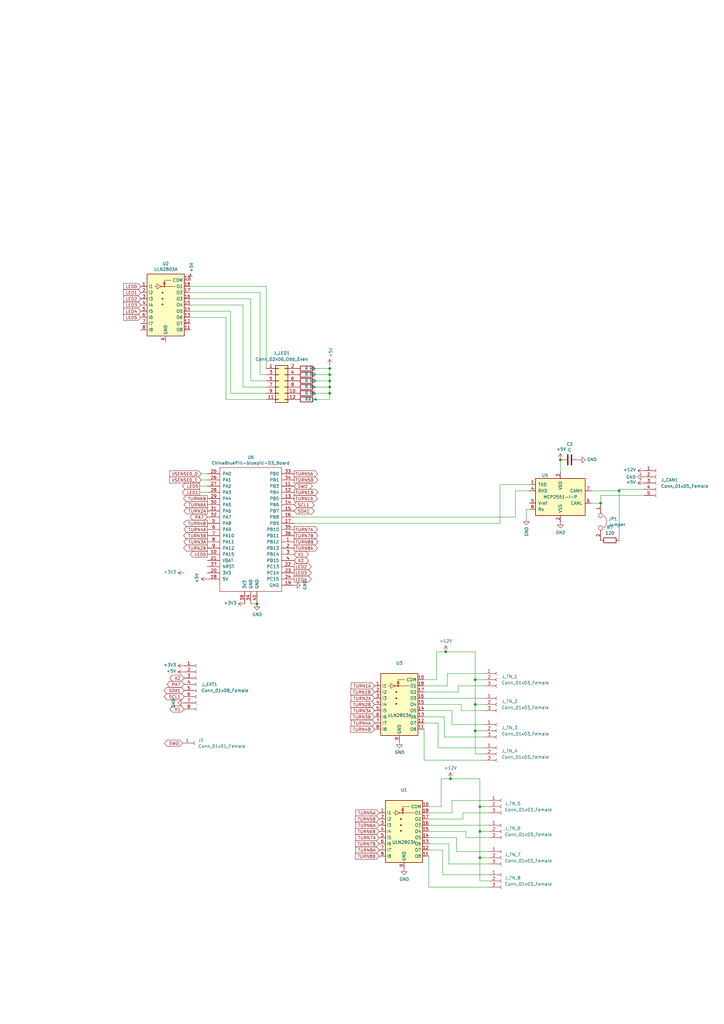
<source format=kicad_sch>
(kicad_sch (version 20211123) (generator eeschema)
  (paper "A3" portrait)
  (lib_symbols
    (symbol "Connector:Conn_01x01_Female" (pin_names (offset 1.016) hide)
      (property "Reference" "J" (at 0 2.54 0))
      (property "Value" "Conn_01x01_Female" (at 0 -2.54 0))
      (symbol "Conn_01x01_Female_1_1"
        (polyline (pts (xy -1.27 0) (xy -0.508 0)) (stroke (width 0.1524)))
        (arc (start 0 0.508) (mid -0.508 0) (end 0 -0.508) (stroke (width 0.1524)))
        (pin passive line (at -5.08 0 0) (length 3.81) (name "Pin_1") (number "1"))
      )
    )
    (symbol "Connector:Conn_01x03_Female" (pin_names (offset 1.016) hide)
      (property "Reference" "J" (at 0 5.08 0))
      (property "Value" "Conn_01x03_Female" (at 0 -5.08 0))
      (symbol "Conn_01x03_Female_1_1"
        (arc (start 0 -2.032) (mid -0.508 -2.54) (end 0 -3.048) (stroke (width 0.1524)))
        (polyline (pts (xy -1.27 -2.54) (xy -0.508 -2.54)) (stroke (width 0.1524)))
        (polyline (pts (xy -1.27 0) (xy -0.508 0)) (stroke (width 0.1524)))
        (polyline (pts (xy -1.27 2.54) (xy -0.508 2.54)) (stroke (width 0.1524)))
        (arc (start 0 0.508) (mid -0.508 0) (end 0 -0.508) (stroke (width 0.1524)))
        (arc (start 0 3.048) (mid -0.508 2.54) (end 0 2.032) (stroke (width 0.1524)))
        (pin passive line (at -5.08 2.54 0) (length 3.81) (name "Pin_1") (number "1"))
        (pin passive line (at -5.08 0 0) (length 3.81) (name "Pin_2") (number "2"))
        (pin passive line (at -5.08 -2.54 0) (length 3.81) (name "Pin_3") (number "3"))
      )
    )
    (symbol "Connector:Conn_01x05_Female" (pin_names (offset 1.016) hide)
      (property "Reference" "J" (at 0 7.62 0))
      (property "Value" "Conn_01x05_Female" (at 0 -7.62 0))
      (symbol "Conn_01x05_Female_1_1"
        (arc (start 0 -4.572) (mid -0.508 -5.08) (end 0 -5.588) (stroke (width 0.1524)))
        (arc (start 0 -2.032) (mid -0.508 -2.54) (end 0 -3.048) (stroke (width 0.1524)))
        (polyline (pts (xy -1.27 -5.08) (xy -0.508 -5.08)) (stroke (width 0.1524)))
        (polyline (pts (xy -1.27 -2.54) (xy -0.508 -2.54)) (stroke (width 0.1524)))
        (polyline (pts (xy -1.27 0) (xy -0.508 0)) (stroke (width 0.1524)))
        (polyline (pts (xy -1.27 2.54) (xy -0.508 2.54)) (stroke (width 0.1524)))
        (polyline (pts (xy -1.27 5.08) (xy -0.508 5.08)) (stroke (width 0.1524)))
        (arc (start 0 0.508) (mid -0.508 0) (end 0 -0.508) (stroke (width 0.1524)))
        (arc (start 0 3.048) (mid -0.508 2.54) (end 0 2.032) (stroke (width 0.1524)))
        (arc (start 0 5.588) (mid -0.508 5.08) (end 0 4.572) (stroke (width 0.1524)))
        (pin passive line (at -5.08 5.08 0) (length 3.81) (name "Pin_1") (number "1"))
        (pin passive line (at -5.08 2.54 0) (length 3.81) (name "Pin_2") (number "2"))
        (pin passive line (at -5.08 0 0) (length 3.81) (name "Pin_3") (number "3"))
        (pin passive line (at -5.08 -2.54 0) (length 3.81) (name "Pin_4") (number "4"))
        (pin passive line (at -5.08 -5.08 0) (length 3.81) (name "Pin_5") (number "5"))
      )
    )
    (symbol "Connector:Conn_01x08_Female" (pin_names (offset 1.016) hide)
      (property "Reference" "J" (at 0 10.16 0))
      (property "Value" "Conn_01x08_Female" (at 0 -12.7 0))
      (symbol "Conn_01x08_Female_1_1"
        (arc (start 0 -9.652) (mid -0.508 -10.16) (end 0 -10.668) (stroke (width 0.1524)))
        (arc (start 0 -7.112) (mid -0.508 -7.62) (end 0 -8.128) (stroke (width 0.1524)))
        (arc (start 0 -4.572) (mid -0.508 -5.08) (end 0 -5.588) (stroke (width 0.1524)))
        (arc (start 0 -2.032) (mid -0.508 -2.54) (end 0 -3.048) (stroke (width 0.1524)))
        (polyline (pts (xy -1.27 -10.16) (xy -0.508 -10.16)) (stroke (width 0.1524)))
        (polyline (pts (xy -1.27 -7.62) (xy -0.508 -7.62)) (stroke (width 0.1524)))
        (polyline (pts (xy -1.27 -5.08) (xy -0.508 -5.08)) (stroke (width 0.1524)))
        (polyline (pts (xy -1.27 -2.54) (xy -0.508 -2.54)) (stroke (width 0.1524)))
        (polyline (pts (xy -1.27 0) (xy -0.508 0)) (stroke (width 0.1524)))
        (polyline (pts (xy -1.27 2.54) (xy -0.508 2.54)) (stroke (width 0.1524)))
        (polyline (pts (xy -1.27 5.08) (xy -0.508 5.08)) (stroke (width 0.1524)))
        (polyline (pts (xy -1.27 7.62) (xy -0.508 7.62)) (stroke (width 0.1524)))
        (arc (start 0 0.508) (mid -0.508 0) (end 0 -0.508) (stroke (width 0.1524)))
        (arc (start 0 3.048) (mid -0.508 2.54) (end 0 2.032) (stroke (width 0.1524)))
        (arc (start 0 5.588) (mid -0.508 5.08) (end 0 4.572) (stroke (width 0.1524)))
        (arc (start 0 8.128) (mid -0.508 7.62) (end 0 7.112) (stroke (width 0.1524)))
        (pin passive line (at -5.08 7.62 0) (length 3.81) (name "Pin_1") (number "1"))
        (pin passive line (at -5.08 5.08 0) (length 3.81) (name "Pin_2") (number "2"))
        (pin passive line (at -5.08 2.54 0) (length 3.81) (name "Pin_3") (number "3"))
        (pin passive line (at -5.08 0 0) (length 3.81) (name "Pin_4") (number "4"))
        (pin passive line (at -5.08 -2.54 0) (length 3.81) (name "Pin_5") (number "5"))
        (pin passive line (at -5.08 -5.08 0) (length 3.81) (name "Pin_6") (number "6"))
        (pin passive line (at -5.08 -7.62 0) (length 3.81) (name "Pin_7") (number "7"))
        (pin passive line (at -5.08 -10.16 0) (length 3.81) (name "Pin_8") (number "8"))
      )
    )
    (symbol "Connector_Generic:Conn_02x06_Odd_Even" (pin_names (offset 1.016) hide)
      (property "Reference" "J" (at 1.27 7.62 0))
      (property "Value" "Conn_02x06_Odd_Even" (at 1.27 -10.16 0))
      (symbol "Conn_02x06_Odd_Even_1_1"
        (rectangle (start -1.27 -7.493) (end 0 -7.747) (stroke (width 0.1524)))
        (rectangle (start -1.27 -4.953) (end 0 -5.207) (stroke (width 0.1524)))
        (rectangle (start -1.27 -2.413) (end 0 -2.667) (stroke (width 0.1524)))
        (rectangle (start -1.27 0.127) (end 0 -0.127) (stroke (width 0.1524)))
        (rectangle (start -1.27 2.667) (end 0 2.413) (stroke (width 0.1524)))
        (rectangle (start -1.27 5.207) (end 0 4.953) (stroke (width 0.1524)))
        (rectangle (start -1.27 6.35) (end 3.81 -8.89) (stroke (width 0.254)) (fill (type background)))
        (rectangle (start 3.81 -7.493) (end 2.54 -7.747) (stroke (width 0.1524)))
        (rectangle (start 3.81 -4.953) (end 2.54 -5.207) (stroke (width 0.1524)))
        (rectangle (start 3.81 -2.413) (end 2.54 -2.667) (stroke (width 0.1524)))
        (rectangle (start 3.81 0.127) (end 2.54 -0.127) (stroke (width 0.1524)))
        (rectangle (start 3.81 2.667) (end 2.54 2.413) (stroke (width 0.1524)))
        (rectangle (start 3.81 5.207) (end 2.54 4.953) (stroke (width 0.1524)))
        (pin passive line (at -5.08 5.08 0) (length 3.81) (name "Pin_1") (number "1"))
        (pin passive line (at 7.62 -5.08 180) (length 3.81) (name "Pin_10") (number "10"))
        (pin passive line (at -5.08 -7.62 0) (length 3.81) (name "Pin_11") (number "11"))
        (pin passive line (at 7.62 -7.62 180) (length 3.81) (name "Pin_12") (number "12"))
        (pin passive line (at 7.62 5.08 180) (length 3.81) (name "Pin_2") (number "2"))
        (pin passive line (at -5.08 2.54 0) (length 3.81) (name "Pin_3") (number "3"))
        (pin passive line (at 7.62 2.54 180) (length 3.81) (name "Pin_4") (number "4"))
        (pin passive line (at -5.08 0 0) (length 3.81) (name "Pin_5") (number "5"))
        (pin passive line (at 7.62 0 180) (length 3.81) (name "Pin_6") (number "6"))
        (pin passive line (at -5.08 -2.54 0) (length 3.81) (name "Pin_7") (number "7"))
        (pin passive line (at 7.62 -2.54 180) (length 3.81) (name "Pin_8") (number "8"))
        (pin passive line (at -5.08 -5.08 0) (length 3.81) (name "Pin_9") (number "9"))
      )
    )
    (symbol "D3_Board:ChinaBluePill-bluepill-D3_Board" (pin_names (offset 1.016))
      (property "Reference" "U" (at 0 2.54 0))
      (property "Value" "ChinaBluePill-bluepill-D3_Board" (at 0 19.05 0))
      (symbol "ChinaBluePill-bluepill-D3_Board_0_1"
        (rectangle (start -12.7 16.51) (end 12.7 -34.29))
      )
      (symbol "ChinaBluePill-bluepill-D3_Board_1_1"
        (pin input line (at 17.78 -13.97 180) (length 5.08) (name "PB12") (number "1"))
        (pin input line (at -17.78 -19.05 0) (length 5.08) (name "PA15") (number "10"))
        (pin input line (at 17.78 8.89 180) (length 5.08) (name "PB3") (number "11"))
        (pin input line (at 17.78 6.35 180) (length 5.08) (name "PB4") (number "12"))
        (pin input line (at 17.78 3.81 180) (length 5.08) (name "PB5") (number "13"))
        (pin input line (at 17.78 1.27 180) (length 5.08) (name "PB6") (number "14"))
        (pin input line (at 17.78 -1.27 180) (length 5.08) (name "PB7") (number "15"))
        (pin input line (at 17.78 -3.81 180) (length 5.08) (name "PB8") (number "16"))
        (pin input line (at 17.78 -6.35 180) (length 5.08) (name "PB9") (number "17"))
        (pin input line (at -17.78 -29.21 0) (length 5.08) (name "5V") (number "18"))
        (pin input line (at 17.78 -31.75 180) (length 5.08) (name "GND") (number "19"))
        (pin input line (at 17.78 -16.51 180) (length 5.08) (name "PB13") (number "2"))
        (pin input line (at -17.78 -26.67 0) (length 5.08) (name "3V3") (number "20"))
        (pin input line (at -17.78 -21.59 0) (length 5.08) (name "VBAT") (number "21"))
        (pin input line (at 17.78 -24.13 180) (length 5.08) (name "PC13") (number "22"))
        (pin input line (at 17.78 -26.67 180) (length 5.08) (name "PC14") (number "23"))
        (pin input line (at 17.78 -29.21 180) (length 5.08) (name "PC15") (number "24"))
        (pin input line (at -17.78 13.97 0) (length 5.08) (name "PA0") (number "25"))
        (pin input line (at -17.78 11.43 0) (length 5.08) (name "PA1") (number "26"))
        (pin input line (at -17.78 8.89 0) (length 5.08) (name "PA2") (number "27"))
        (pin input line (at -17.78 6.35 0) (length 5.08) (name "PA3") (number "28"))
        (pin input line (at -17.78 3.81 0) (length 5.08) (name "PA4") (number "29"))
        (pin input line (at 17.78 -19.05 180) (length 5.08) (name "PB14") (number "3"))
        (pin input line (at -17.78 1.27 0) (length 5.08) (name "PA5") (number "30"))
        (pin input line (at -17.78 -1.27 0) (length 5.08) (name "PA6") (number "31"))
        (pin input line (at -17.78 -3.81 0) (length 5.08) (name "PA7") (number "32"))
        (pin input line (at 17.78 13.97 180) (length 5.08) (name "PB0") (number "33"))
        (pin input line (at 17.78 11.43 180) (length 5.08) (name "PB1") (number "34"))
        (pin input line (at 17.78 -8.89 180) (length 5.08) (name "PB10") (number "35"))
        (pin input line (at 17.78 -11.43 180) (length 5.08) (name "PB11") (number "36"))
        (pin input line (at -17.78 -24.13 0) (length 5.08) (name "NRST") (number "37"))
        (pin input line (at -2.54 -39.37 90) (length 5.08) (name "3V3") (number "38"))
        (pin input line (at 0 -39.37 90) (length 5.08) (name "GND") (number "39"))
        (pin input line (at 17.78 -21.59 180) (length 5.08) (name "PB15") (number "4"))
        (pin input line (at 2.54 -39.37 90) (length 5.08) (name "GND") (number "40"))
        (pin input line (at -17.78 -6.35 0) (length 5.08) (name "PA8") (number "5"))
        (pin input line (at -17.78 -8.89 0) (length 5.08) (name "PA9") (number "6"))
        (pin input line (at -17.78 -11.43 0) (length 5.08) (name "PA10") (number "7"))
        (pin input line (at -17.78 -13.97 0) (length 5.08) (name "PA11") (number "8"))
        (pin input line (at -17.78 -16.51 0) (length 5.08) (name "PA12") (number "9"))
      )
    )
    (symbol "Device:C" (pin_numbers hide) (pin_names (offset 0.254))
      (property "Reference" "C" (at 0.635 2.54 0))
      (property "Value" "C" (at 0.635 -2.54 0))
      (symbol "C_0_1"
        (polyline (pts (xy -2.032 -0.762) (xy 2.032 -0.762)) (stroke (width 0.508)))
        (polyline (pts (xy -2.032 0.762) (xy 2.032 0.762)) (stroke (width 0.508)))
      )
      (symbol "C_1_1"
        (pin passive line (at 0 3.81 270) (length 2.794) (name "~") (number "1"))
        (pin passive line (at 0 -3.81 90) (length 2.794) (name "~") (number "2"))
      )
    )
    (symbol "Device:Jumper" (pin_names (offset 0.762) hide)
      (property "Reference" "JP" (at 0 3.81 0))
      (property "Value" "Device_Jumper" (at 0 -2.032 0))
      (symbol "Jumper_0_1"
        (circle (center -2.54 0) (radius 0.889))
        (arc (start 2.5146 1.27) (mid 0.0127 2.5097) (end -2.4892 1.27))
        (circle (center 2.54 0) (radius 0.889))
        (pin passive line (at -7.62 0 0) (length 4.191) (name "1") (number "1"))
        (pin passive line (at 7.62 0 180) (length 4.191) (name "2") (number "2"))
      )
    )
    (symbol "Device:R" (pin_numbers hide) (pin_names (offset 0))
      (property "Reference" "R" (at 2.032 0 90))
      (property "Value" "R" (at 0 0 90))
      (symbol "R_0_1"
        (rectangle (start -1.016 -2.54) (end 1.016 2.54) (stroke (width 0.254)))
      )
      (symbol "R_1_1"
        (pin passive line (at 0 3.81 270) (length 1.27) (name "~") (number "1"))
        (pin passive line (at 0 -3.81 90) (length 1.27) (name "~") (number "2"))
      )
    )
    (symbol "Interface_CAN_LIN:MCP2551-I-P" (pin_names (offset 1.016))
      (property "Reference" "U" (at -10.16 8.89 0))
      (property "Value" "MCP2551-I-P" (at 2.54 8.89 0))
      (symbol "MCP2551-I-P_0_1"
        (rectangle (start -10.16 7.62) (end 10.16 -7.62) (stroke (width 0.254)) (fill (type background)))
      )
      (symbol "MCP2551-I-P_1_1"
        (pin input line (at -12.7 5.08 0) (length 2.54) (name "TXD") (number "1"))
        (pin power_in line (at 0 -10.16 90) (length 2.54) (name "VSS") (number "2"))
        (pin power_in line (at 0 10.16 270) (length 2.54) (name "VDD") (number "3"))
        (pin output line (at -12.7 2.54 0) (length 2.54) (name "RXD") (number "4"))
        (pin power_out line (at -12.7 -2.54 0) (length 2.54) (name "Vref") (number "5"))
        (pin bidirectional line (at 12.7 -2.54 180) (length 2.54) (name "CANL") (number "6"))
        (pin bidirectional line (at 12.7 2.54 180) (length 2.54) (name "CANH") (number "7"))
        (pin input line (at -12.7 -5.08 0) (length 2.54) (name "Rs") (number "8"))
      )
    )
    (symbol "Transistor_Array:ULN2803A"
      (property "Reference" "U" (at 0 13.335 0))
      (property "Value" "ULN2803A" (at 0 11.43 0))
      (symbol "ULN2803A_0_1"
        (rectangle (start -7.62 -15.24) (end 7.62 10.16) (stroke (width 0.254)) (fill (type background)))
        (circle (center -1.778 5.08) (radius 0.254))
        (circle (center -1.27 -2.286) (radius 0.254) (fill (type outline)))
        (circle (center -1.27 0) (radius 0.254) (fill (type outline)))
        (circle (center -1.27 2.54) (radius 0.254) (fill (type outline)))
        (circle (center -0.508 5.08) (radius 0.254) (fill (type outline)))
        (polyline (pts (xy -4.572 5.08) (xy -3.556 5.08)))
        (polyline (pts (xy -1.524 5.08) (xy 4.064 5.08)))
        (polyline (pts (xy 0 6.731) (xy -1.016 6.731)))
        (polyline (pts (xy -0.508 5.08) (xy -0.508 7.62) (xy 2.286 7.62)))
        (polyline (pts (xy -3.556 6.096) (xy -3.556 4.064) (xy -2.032 5.08) (xy -3.556 6.096)))
        (polyline (pts (xy 0 5.969) (xy -1.016 5.969) (xy -0.508 6.731) (xy 0 5.969)))
      )
      (symbol "ULN2803A_1_1"
        (pin input line (at -10.16 5.08 0) (length 2.54) (name "I1") (number "1"))
        (pin passive line (at 10.16 7.62 180) (length 2.54) (name "COM") (number "10"))
        (pin open_collector line (at 10.16 -12.7 180) (length 2.54) (name "O8") (number "11"))
        (pin open_collector line (at 10.16 -10.16 180) (length 2.54) (name "O7") (number "12"))
        (pin open_collector line (at 10.16 -7.62 180) (length 2.54) (name "O6") (number "13"))
        (pin open_collector line (at 10.16 -5.08 180) (length 2.54) (name "O5") (number "14"))
        (pin open_collector line (at 10.16 -2.54 180) (length 2.54) (name "O4") (number "15"))
        (pin open_collector line (at 10.16 0 180) (length 2.54) (name "O3") (number "16"))
        (pin open_collector line (at 10.16 2.54 180) (length 2.54) (name "O2") (number "17"))
        (pin open_collector line (at 10.16 5.08 180) (length 2.54) (name "O1") (number "18"))
        (pin input line (at -10.16 2.54 0) (length 2.54) (name "I2") (number "2"))
        (pin input line (at -10.16 0 0) (length 2.54) (name "I3") (number "3"))
        (pin input line (at -10.16 -2.54 0) (length 2.54) (name "I4") (number "4"))
        (pin input line (at -10.16 -5.08 0) (length 2.54) (name "I5") (number "5"))
        (pin input line (at -10.16 -7.62 0) (length 2.54) (name "I6") (number "6"))
        (pin input line (at -10.16 -10.16 0) (length 2.54) (name "I7") (number "7"))
        (pin input line (at -10.16 -12.7 0) (length 2.54) (name "I8") (number "8"))
        (pin power_in line (at 0 -17.78 90) (length 2.54) (name "GND") (number "9"))
      )
    )
    (symbol "power:+12V" (power) (pin_names (offset 0))
      (property "Value" "+12V" (at 0 3.556 0))
      (symbol "+12V_0_1"
        (polyline (pts (xy -0.762 1.27) (xy 0 2.54)))
        (polyline (pts (xy 0 0) (xy 0 2.54)))
        (polyline (pts (xy 0 2.54) (xy 0.762 1.27)))
      )
      (symbol "+12V_1_1"
        (pin power_in line (at 0 0 90) (length 0) hide (name "+12V") (number "1"))
      )
    )
    (symbol "power:+3.3V" (power) (pin_names (offset 0))
      (property "Value" "+3.3V" (at 0 3.556 0))
      (symbol "+3.3V_0_1"
        (polyline (pts (xy -0.762 1.27) (xy 0 2.54)))
        (polyline (pts (xy 0 0) (xy 0 2.54)))
        (polyline (pts (xy 0 2.54) (xy 0.762 1.27)))
      )
      (symbol "+3.3V_1_1"
        (pin power_in line (at 0 0 90) (length 0) hide (name "+3V3") (number "1"))
      )
    )
    (symbol "power:+5V" (power) (pin_names (offset 0))
      (property "Value" "+5V" (at 0 3.556 0))
      (symbol "+5V_0_1"
        (polyline (pts (xy -0.762 1.27) (xy 0 2.54)))
        (polyline (pts (xy 0 0) (xy 0 2.54)))
        (polyline (pts (xy 0 2.54) (xy 0.762 1.27)))
      )
      (symbol "+5V_1_1"
        (pin power_in line (at 0 0 90) (length 0) hide (name "+5V") (number "1"))
      )
    )
    (symbol "power:GND" (power) (pin_names (offset 0))
      (property "Value" "GND" (at 0 -3.81 0))
      (symbol "GND_0_1"
        (polyline (pts (xy 0 0) (xy 0 -1.27) (xy 1.27 -1.27) (xy 0 -2.54) (xy -1.27 -1.27) (xy 0 -1.27)))
      )
      (symbol "GND_1_1"
        (pin power_in line (at 0 0 270) (length 0) hide (name "GND") (number "1"))
      )
    )
  )
  (junction (at 196.85 351.79))
  (junction (at 105.41 247.65))
  (junction (at 135.255 156.21))
  (junction (at 135.255 151.13))
  (junction (at 135.255 153.67))
  (junction (at 196.85 340.995))
  (junction (at 135.255 161.29))
  (junction (at 229.87 188.595))
  (junction (at 196.85 330.835))
  (junction (at 194.945 299.72))
  (junction (at 182.88 267.335))
  (junction (at 194.945 278.765))
  (junction (at 194.945 288.925))
  (junction (at 135.255 158.75))
  (junction (at 254 201.295))
  (junction (at 184.785 319.405))
  (junction (at 246.38 206.375))
  (wire (pts (xy 187.325 349.25) (xy 200.66 349.25)))
  (wire (pts (xy 184.15 346.075) (xy 184.15 354.33)))
  (wire (pts (xy 196.85 319.405) (xy 196.85 330.835)))
  (wire (pts (xy 173.99 311.785) (xy 198.755 311.785)))
  (wire (pts (xy 185.42 291.465) (xy 185.42 297.18)))
  (wire (pts (xy 211.455 212.09) (xy 211.455 201.295)))
  (wire (pts (xy 254 200.66) (xy 264.16 200.66)))
  (wire (pts (xy 185.42 297.18) (xy 198.755 297.18)))
  (wire (pts (xy 180.975 319.405) (xy 184.785 319.405)))
  (wire (pts (xy 175.895 335.915) (xy 189.865 335.915)))
  (wire (pts (xy 82.55 196.85) (xy 85.09 196.85)))
  (wire (pts (xy 99.695 158.75) (xy 109.22 158.75)))
  (wire (pts (xy 182.245 302.26) (xy 198.755 302.26)))
  (wire (pts (xy 180.975 330.835) (xy 180.975 319.405)))
  (wire (pts (xy 194.945 267.335) (xy 194.945 278.765)))
  (wire (pts (xy 99.695 125.095) (xy 78.105 125.095)))
  (wire (pts (xy 129.54 153.67) (xy 135.255 153.67)))
  (wire (pts (xy 175.895 348.615) (xy 181.61 348.615)))
  (wire (pts (xy 129.54 156.21) (xy 135.255 156.21)))
  (wire (pts (xy 183.515 281.305) (xy 183.515 276.225)))
  (wire (pts (xy 205.105 198.755) (xy 217.17 198.755)))
  (wire (pts (xy 194.945 299.72) (xy 194.945 309.245)))
  (wire (pts (xy 173.99 299.085) (xy 173.99 311.785)))
  (wire (pts (xy 182.88 267.335) (xy 194.945 267.335)))
  (wire (pts (xy 106.68 153.67) (xy 106.68 120.015)))
  (wire (pts (xy 185.42 328.295) (xy 200.66 328.295)))
  (wire (pts (xy 189.865 335.915) (xy 189.865 333.375)))
  (wire (pts (xy 173.99 281.305) (xy 183.515 281.305)))
  (wire (pts (xy 175.895 346.075) (xy 184.15 346.075)))
  (wire (pts (xy 189.23 288.925) (xy 189.23 291.465)))
  (wire (pts (xy 135.255 161.29) (xy 135.255 158.75)))
  (wire (pts (xy 185.42 333.375) (xy 185.42 328.295)))
  (wire (pts (xy 173.99 278.765) (xy 179.07 278.765)))
  (wire (pts (xy 106.68 120.015) (xy 78.105 120.015)))
  (wire (pts (xy 254 201.295) (xy 254 200.66)))
  (wire (pts (xy 175.895 343.535) (xy 187.325 343.535)))
  (wire (pts (xy 194.945 299.72) (xy 198.755 299.72)))
  (wire (pts (xy 196.85 330.835) (xy 200.66 330.835)))
  (wire (pts (xy 175.895 340.995) (xy 191.135 340.995)))
  (wire (pts (xy 78.105 122.555) (xy 102.87 122.555)))
  (wire (pts (xy 215.9 208.915) (xy 215.9 212.725)))
  (wire (pts (xy 229.87 193.675) (xy 229.87 188.595)))
  (wire (pts (xy 94.615 127.635) (xy 94.615 161.29)))
  (wire (pts (xy 102.87 247.65) (xy 105.41 247.65)))
  (wire (pts (xy 135.255 156.21) (xy 135.255 153.67)))
  (wire (pts (xy 173.99 294.005) (xy 182.245 294.005)))
  (wire (pts (xy 82.55 194.31) (xy 85.09 194.31)))
  (wire (pts (xy 211.455 201.295) (xy 217.17 201.295)))
  (wire (pts (xy 179.705 306.705) (xy 198.755 306.705)))
  (wire (pts (xy 109.22 117.475) (xy 109.22 151.13)))
  (wire (pts (xy 184.785 319.405) (xy 196.85 319.405)))
  (wire (pts (xy 78.105 127.635) (xy 94.615 127.635)))
  (wire (pts (xy 129.54 151.13) (xy 135.255 151.13)))
  (wire (pts (xy 175.895 363.855) (xy 200.66 363.855)))
  (wire (pts (xy 205.105 214.63) (xy 205.105 198.755)))
  (wire (pts (xy 183.515 276.225) (xy 198.755 276.225)))
  (wire (pts (xy 246.38 203.2) (xy 264.16 203.2)))
  (wire (pts (xy 175.895 333.375) (xy 185.42 333.375)))
  (wire (pts (xy 173.99 283.845) (xy 187.96 283.845)))
  (wire (pts (xy 254 201.295) (xy 254 221.615)))
  (wire (pts (xy 102.87 156.21) (xy 109.22 156.21)))
  (wire (pts (xy 173.99 291.465) (xy 185.42 291.465)))
  (wire (pts (xy 242.57 206.375) (xy 246.38 206.375)))
  (wire (pts (xy 78.105 130.175) (xy 92.71 130.175)))
  (wire (pts (xy 196.85 351.79) (xy 196.85 361.315)))
  (wire (pts (xy 129.54 163.83) (xy 135.255 163.83)))
  (wire (pts (xy 179.705 296.545) (xy 179.705 306.705)))
  (wire (pts (xy 194.945 288.925) (xy 198.755 288.925)))
  (wire (pts (xy 196.85 330.835) (xy 196.85 340.995)))
  (wire (pts (xy 196.85 340.995) (xy 200.66 340.995)))
  (wire (pts (xy 92.71 163.83) (xy 109.22 163.83)))
  (wire (pts (xy 217.17 208.915) (xy 215.9 208.915)))
  (wire (pts (xy 187.325 343.535) (xy 187.325 349.25)))
  (wire (pts (xy 109.22 153.67) (xy 106.68 153.67)))
  (wire (pts (xy 196.85 340.995) (xy 196.85 351.79)))
  (wire (pts (xy 135.255 153.67) (xy 135.255 151.13)))
  (wire (pts (xy 175.895 338.455) (xy 200.66 338.455)))
  (wire (pts (xy 184.15 354.33) (xy 200.66 354.33)))
  (wire (pts (xy 187.96 281.305) (xy 198.755 281.305)))
  (wire (pts (xy 246.38 203.2) (xy 246.38 206.375)))
  (wire (pts (xy 81.915 199.39) (xy 85.09 199.39)))
  (wire (pts (xy 78.105 117.475) (xy 109.22 117.475)))
  (wire (pts (xy 194.945 278.765) (xy 194.945 288.925)))
  (wire (pts (xy 187.96 283.845) (xy 187.96 281.305)))
  (wire (pts (xy 179.07 278.765) (xy 179.07 267.335)))
  (wire (pts (xy 92.71 163.83) (xy 92.71 130.175)))
  (wire (pts (xy 135.255 158.75) (xy 135.255 156.21)))
  (wire (pts (xy 175.895 330.835) (xy 180.975 330.835)))
  (wire (pts (xy 194.945 288.925) (xy 194.945 299.72)))
  (wire (pts (xy 196.85 351.79) (xy 200.66 351.79)))
  (wire (pts (xy 173.99 296.545) (xy 179.705 296.545)))
  (wire (pts (xy 173.99 288.925) (xy 189.23 288.925)))
  (wire (pts (xy 135.255 163.83) (xy 135.255 161.29)))
  (wire (pts (xy 242.57 201.295) (xy 254 201.295)))
  (wire (pts (xy 85.09 201.93) (xy 81.915 201.93)))
  (wire (pts (xy 120.65 212.09) (xy 211.455 212.09)))
  (wire (pts (xy 135.255 151.13) (xy 135.255 149.86)))
  (wire (pts (xy 194.945 309.245) (xy 198.755 309.245)))
  (wire (pts (xy 99.695 158.75) (xy 99.695 125.095)))
  (wire (pts (xy 181.61 358.775) (xy 200.66 358.775)))
  (wire (pts (xy 102.87 122.555) (xy 102.87 156.21)))
  (wire (pts (xy 189.23 291.465) (xy 198.755 291.465)))
  (wire (pts (xy 129.54 158.75) (xy 135.255 158.75)))
  (wire (pts (xy 181.61 348.615) (xy 181.61 358.775)))
  (wire (pts (xy 129.54 161.29) (xy 135.255 161.29)))
  (wire (pts (xy 173.99 286.385) (xy 198.755 286.385)))
  (wire (pts (xy 191.135 343.535) (xy 200.66 343.535)))
  (wire (pts (xy 120.65 214.63) (xy 205.105 214.63)))
  (wire (pts (xy 194.945 278.765) (xy 198.755 278.765)))
  (wire (pts (xy 189.865 333.375) (xy 200.66 333.375)))
  (wire (pts (xy 196.85 361.315) (xy 200.66 361.315)))
  (wire (pts (xy 175.895 351.155) (xy 175.895 363.855)))
  (wire (pts (xy 182.245 294.005) (xy 182.245 302.26)))
  (wire (pts (xy 94.615 161.29) (xy 109.22 161.29)))
  (wire (pts (xy 179.07 267.335) (xy 182.88 267.335)))
  (wire (pts (xy 191.135 340.995) (xy 191.135 343.535)))
  (global_label "TURN8A" (shape input) (at 155.575 348.615 180) (property "Intersheet References" "${INTERSHEET_REFS}" (effects hide)))
  (global_label "LED4" (shape output) (at 120.65 237.49 0) (property "Intersheet References" "${INTERSHEET_REFS}" (effects hide)))
  (global_label "TURN1A" (shape output) (at 120.65 204.47 0) (property "Intersheet References" "${INTERSHEET_REFS}" (effects hide)))
  (global_label "LED0" (shape output) (at 85.09 227.33 180) (property "Intersheet References" "${INTERSHEET_REFS}" (effects hide)))
  (global_label "SDA1" (shape bidirectional) (at 75.565 283.21 180) (property "Intersheet References" "${INTERSHEET_REFS}" (effects hide)))
  (global_label "TURN1B" (shape output) (at 120.65 201.93 0) (property "Intersheet References" "${INTERSHEET_REFS}" (effects hide)))
  (global_label "TURN3B" (shape input) (at 153.67 294.005 180) (property "Intersheet References" "${INTERSHEET_REFS}" (effects hide)))
  (global_label "TURN4B" (shape output) (at 85.09 214.63 180) (property "Intersheet References" "${INTERSHEET_REFS}" (effects hide)))
  (global_label "X2" (shape bidirectional) (at 120.65 229.87 0) (property "Intersheet References" "${INTERSHEET_REFS}" (effects hide)))
  (global_label "TURN2A" (shape output) (at 85.09 209.55 180) (property "Intersheet References" "${INTERSHEET_REFS}" (effects hide)))
  (global_label "SWO" (shape bidirectional) (at 74.93 304.8 180) (property "Intersheet References" "${INTERSHEET_REFS}" (effects hide)))
  (global_label "X1" (shape bidirectional) (at 75.565 290.83 180) (property "Intersheet References" "${INTERSHEET_REFS}" (effects hide)))
  (global_label "SDA1" (shape bidirectional) (at 120.65 209.55 0) (property "Intersheet References" "${INTERSHEET_REFS}" (effects hide)))
  (global_label "TURN5B" (shape output) (at 120.65 196.85 0) (property "Intersheet References" "${INTERSHEET_REFS}" (effects hide)))
  (global_label "TURN6A" (shape output) (at 85.09 207.01 180) (property "Intersheet References" "${INTERSHEET_REFS}" (effects hide)))
  (global_label "LED1" (shape output) (at 81.915 201.93 180) (property "Intersheet References" "${INTERSHEET_REFS}" (effects hide)))
  (global_label "SCL1" (shape bidirectional) (at 120.65 207.01 0) (property "Intersheet References" "${INTERSHEET_REFS}" (effects hide)))
  (global_label "LED5" (shape output) (at 81.915 199.39 180) (property "Intersheet References" "${INTERSHEET_REFS}" (effects hide)))
  (global_label "LED4" (shape input) (at 57.785 127.635 180) (property "Intersheet References" "${INTERSHEET_REFS}" (effects hide)))
  (global_label "SCL1" (shape bidirectional) (at 75.565 285.75 180) (property "Intersheet References" "${INTERSHEET_REFS}" (effects hide)))
  (global_label "TURN3A" (shape output) (at 85.09 222.25 180) (property "Intersheet References" "${INTERSHEET_REFS}" (effects hide)))
  (global_label "TURN6A" (shape input) (at 155.575 338.455 180) (property "Intersheet References" "${INTERSHEET_REFS}" (effects hide)))
  (global_label "TURN7A" (shape input) (at 155.575 343.535 180) (property "Intersheet References" "${INTERSHEET_REFS}" (effects hide)))
  (global_label "TURN8B" (shape input) (at 155.575 351.155 180) (property "Intersheet References" "${INTERSHEET_REFS}" (effects hide)))
  (global_label "TURN5A" (shape output) (at 120.65 194.31 0) (property "Intersheet References" "${INTERSHEET_REFS}" (effects hide)))
  (global_label "SWO" (shape bidirectional) (at 120.65 199.39 0) (property "Intersheet References" "${INTERSHEET_REFS}" (effects hide)))
  (global_label "TURN1A" (shape input) (at 153.67 281.305 180) (property "Intersheet References" "${INTERSHEET_REFS}" (effects hide)))
  (global_label "LED2" (shape input) (at 57.785 122.555 180) (property "Intersheet References" "${INTERSHEET_REFS}" (effects hide)))
  (global_label "TURN5B" (shape input) (at 155.575 335.915 180) (property "Intersheet References" "${INTERSHEET_REFS}" (effects hide)))
  (global_label "TURN6B" (shape input) (at 155.575 340.995 180) (property "Intersheet References" "${INTERSHEET_REFS}" (effects hide)))
  (global_label "LED3" (shape output) (at 120.65 234.95 0) (property "Intersheet References" "${INTERSHEET_REFS}" (effects hide)))
  (global_label "VSENSE0_0" (shape input) (at 82.55 194.31 180) (property "Intersheet References" "${INTERSHEET_REFS}" (effects hide)))
  (global_label "TURN7A" (shape output) (at 120.65 217.17 0) (property "Intersheet References" "${INTERSHEET_REFS}" (effects hide)))
  (global_label "TURN2A" (shape input) (at 153.67 286.385 180) (property "Intersheet References" "${INTERSHEET_REFS}" (effects hide)))
  (global_label "X2" (shape bidirectional) (at 75.565 278.13 180) (property "Intersheet References" "${INTERSHEET_REFS}" (effects hide)))
  (global_label "TURN6B" (shape output) (at 85.09 204.47 180) (property "Intersheet References" "${INTERSHEET_REFS}" (effects hide)))
  (global_label "X1" (shape bidirectional) (at 120.65 227.33 0) (property "Intersheet References" "${INTERSHEET_REFS}" (effects hide)))
  (global_label "TURN2B" (shape input) (at 153.67 288.925 180) (property "Intersheet References" "${INTERSHEET_REFS}" (effects hide)))
  (global_label "LED1" (shape input) (at 57.785 120.015 180) (property "Intersheet References" "${INTERSHEET_REFS}" (effects hide)))
  (global_label "TURN7B" (shape input) (at 155.575 346.075 180) (property "Intersheet References" "${INTERSHEET_REFS}" (effects hide)))
  (global_label "TURN7B" (shape output) (at 120.65 219.71 0) (property "Intersheet References" "${INTERSHEET_REFS}" (effects hide)))
  (global_label "LED5" (shape input) (at 57.785 130.175 180) (property "Intersheet References" "${INTERSHEET_REFS}" (effects hide)))
  (global_label "TURN3B" (shape output) (at 85.09 219.71 180) (property "Intersheet References" "${INTERSHEET_REFS}" (effects hide)))
  (global_label "TURN5A" (shape input) (at 155.575 333.375 180) (property "Intersheet References" "${INTERSHEET_REFS}" (effects hide)))
  (global_label "PA7" (shape bidirectional) (at 75.565 280.67 180) (property "Intersheet References" "${INTERSHEET_REFS}" (effects hide)))
  (global_label "TURN2B" (shape output) (at 85.09 224.79 180) (property "Intersheet References" "${INTERSHEET_REFS}" (effects hide)))
  (global_label "TURN1B" (shape input) (at 153.67 283.845 180) (property "Intersheet References" "${INTERSHEET_REFS}" (effects hide)))
  (global_label "TURN8B" (shape output) (at 120.65 222.25 0) (property "Intersheet References" "${INTERSHEET_REFS}" (effects hide)))
  (global_label "TURN3A" (shape input) (at 153.67 291.465 180) (property "Intersheet References" "${INTERSHEET_REFS}" (effects hide)))
  (global_label "LED2" (shape output) (at 120.65 232.41 0) (property "Intersheet References" "${INTERSHEET_REFS}" (effects hide)))
  (global_label "TURN8A" (shape output) (at 120.65 224.79 0) (property "Intersheet References" "${INTERSHEET_REFS}" (effects hide)))
  (global_label "PA7" (shape bidirectional) (at 85.09 212.09 180) (property "Intersheet References" "${INTERSHEET_REFS}" (effects hide)))
  (global_label "LED0" (shape input) (at 57.785 117.475 180) (property "Intersheet References" "${INTERSHEET_REFS}" (effects hide)))
  (global_label "TURN4B" (shape input) (at 153.67 299.085 180) (property "Intersheet References" "${INTERSHEET_REFS}" (effects hide)))
  (global_label "TURN4A" (shape input) (at 153.67 296.545 180) (property "Intersheet References" "${INTERSHEET_REFS}" (effects hide)))
  (global_label "LED3" (shape input) (at 57.785 125.095 180) (property "Intersheet References" "${INTERSHEET_REFS}" (effects hide)))
  (global_label "TURN4A" (shape output) (at 85.09 217.17 180) (property "Intersheet References" "${INTERSHEET_REFS}" (effects hide)))
  (global_label "VSENSE0_1" (shape input) (at 82.55 196.85 180) (property "Intersheet References" "${INTERSHEET_REFS}" (effects hide)))
  (symbol (lib_id "power:GND") (at 105.41 247.65 0) (unit 1)
    (property "Reference" "#PWR0101" (effects hide))
    (property "Value" "GND" (at 105.537 252.0442 0))
  )
  (symbol (lib_id "Interface_CAN_LIN:MCP2551-I-P") (at 229.87 203.835 0) (unit 1)
    (property "Reference" "U5" (at 223.52 194.945 0))
    (property "Value" "MCP2551-I-P" (at 229.87 203.835 0))
    (property "Footprint" "Package_DIP:DIP-8_W7.62mm" (effects hide))
    (property "Datasheet" "http://ww1.microchip.com/downloads/en/devicedoc/21667d.pdf" (effects hide))
  )
  (symbol (lib_id "Device:Jumper") (at 246.38 213.995 270) (unit 1)
    (property "Reference" "JP1" (at 249.6058 212.8266 90) (effects (justify left)))
    (property "Value" "Jumper" (at 249.6058 215.138 90) (effects (justify left)))
    (property "Footprint" "Connector_PinHeader_2.54mm:PinHeader_1x02_P2.54mm_Vertical" (effects hide))
  )
  (symbol (lib_id "Device:R") (at 250.19 221.615 270) (unit 1)
    (property "Reference" "R7" (at 250.19 216.3572 90))
    (property "Value" "120" (at 250.19 218.6686 90))
    (property "Footprint" "Resistor_THT:R_Axial_DIN0207_L6.3mm_D2.5mm_P7.62mm_Horizontal" (effects hide))
  )
  (symbol (lib_id "power:GND") (at 229.87 213.995 0) (unit 1)
    (property "Reference" "#PWR0102" (effects hide))
    (property "Value" "GND" (at 229.997 218.3892 0))
  )
  (symbol (lib_id "D3_Board:ChinaBluePill-bluepill-D3_Board") (at 102.87 208.28 0) (unit 1)
    (property "Reference" "U6" (at 102.87 187.579 0))
    (property "Value" "ChinaBluePill-bluepill-D3_Board" (at 102.87 189.8904 0))
    (property "Footprint" "BluePill_breakouts:BluePill_STM32F103C" (effects hide))
  )
  (symbol (lib_id "power:+5V") (at 229.87 188.595 0) (unit 1)
    (property "Reference" "#PWR0103" (effects hide))
    (property "Value" "+5V" (at 230.251 184.2008 0))
  )
  (symbol (lib_id "power:+5V") (at 85.09 237.49 90) (unit 1)
    (property "Reference" "#PWR0104" (effects hide))
    (property "Value" "+5V" (at 80.6958 237.109 0))
  )
  (symbol (lib_id "Transistor_Array:ULN2803A") (at 67.945 122.555 0) (unit 1)
    (property "Reference" "U2" (at 67.945 108.1532 0))
    (property "Value" "ULN2803A" (at 67.945 110.4646 0))
    (property "Footprint" "Package_DIP:DIP-18_W7.62mm" (effects hide))
    (property "Datasheet" "http://www.ti.com/lit/ds/symlink/uln2803a.pdf" (effects hide))
  )
  (symbol (lib_id "Transistor_Array:ULN2803A") (at 163.83 286.385 0) (unit 1)
    (property "Reference" "U3" (at 163.83 271.9832 0))
    (property "Value" "ULN2803A" (at 163.83 293.37 0))
    (property "Footprint" "Package_DIP:DIP-18_W7.62mm" (effects hide))
    (property "Datasheet" "http://www.ti.com/lit/ds/symlink/uln2803a.pdf" (effects hide))
  )
  (symbol (lib_id "power:GND") (at 163.83 304.165 0) (unit 1)
    (property "Reference" "#PWR0107" (effects hide))
    (property "Value" "GND" (at 163.957 308.5592 0))
  )
  (symbol (lib_id "power:GND") (at 120.65 240.03 90) (unit 1)
    (property "Reference" "#PWR0119" (effects hide))
    (property "Value" "GND" (at 125.0442 239.903 0))
  )
  (symbol (lib_id "Device:C") (at 233.68 188.595 270) (unit 1)
    (property "Reference" "C2" (at 233.68 182.1942 90))
    (property "Value" "C" (at 233.68 184.5056 90))
    (property "Footprint" "Capacitor_THT:C_Disc_D3.4mm_W2.1mm_P2.50mm" (effects hide))
  )
  (symbol (lib_id "power:GND") (at 264.16 195.58 270) (unit 1)
    (property "Reference" "#PWR0112" (effects hide))
    (property "Value" "GND" (at 260.9088 195.707 90) (effects (justify right)))
  )
  (symbol (lib_id "power:+5V") (at 264.16 198.12 90) (unit 1)
    (property "Reference" "#PWR0113" (effects hide))
    (property "Value" "+5V" (at 260.9088 197.739 90) (effects (justify left)))
  )
  (symbol (lib_id "power:GND") (at 237.49 188.595 90) (unit 1)
    (property "Reference" "#PWR0127" (effects hide))
    (property "Value" "GND" (at 240.7412 188.468 90) (effects (justify right)))
  )
  (symbol (lib_id "power:+12V") (at 264.16 193.04 90) (unit 1)
    (property "Reference" "#PWR0114" (effects hide))
    (property "Value" "+12V" (at 260.9088 192.659 90) (effects (justify left)))
  )
  (symbol (lib_id "power:+12V") (at 182.88 267.335 0) (unit 1)
    (property "Reference" "#PWR0120" (effects hide))
    (property "Value" "+12V" (at 182.88 262.89 0))
  )
  (symbol (lib_id "power:+5V") (at 75.565 275.59 90) (unit 1)
    (property "Reference" "#PWR0133" (effects hide))
    (property "Value" "+5V" (at 72.3138 275.209 90) (effects (justify left)))
  )
  (symbol (lib_id "Connector:Conn_01x03_Female") (at 203.835 309.245 0) (unit 1)
    (property "Reference" "J_TN_4" (at 205.74 307.9749 0) (effects (justify left)))
    (property "Value" "Conn_01x03_Female" (at 205.74 310.5149 0) (effects (justify left)))
    (property "Footprint" "Connector_PinHeader_2.54mm:PinHeader_1x03_P2.54mm_Vertical" (effects hide))
  )
  (symbol (lib_id "Connector:Conn_01x03_Female") (at 203.835 299.72 0) (unit 1)
    (property "Reference" "J_TN_3" (at 205.74 298.4499 0) (effects (justify left)))
    (property "Value" "Conn_01x03_Female" (at 205.74 300.9899 0) (effects (justify left)))
    (property "Footprint" "Connector_PinHeader_2.54mm:PinHeader_1x03_P2.54mm_Vertical" (effects hide))
  )
  (symbol (lib_id "power:GND") (at 215.9 212.725 0) (unit 1)
    (property "Reference" "#PWR0123" (effects hide))
    (property "Value" "GND" (at 216.027 215.9762 90) (effects (justify right)))
  )
  (symbol (lib_id "Connector:Conn_01x01_Female") (at 80.01 304.8 0) (unit 1)
    (property "Reference" "J1" (at 81.28 303.5299 0) (effects (justify left)))
    (property "Value" "Conn_01x01_Female" (at 81.28 306.0699 0) (effects (justify left)))
    (property "Footprint" "Connector_PinHeader_2.54mm:PinHeader_1x01_P2.54mm_Vertical" (effects hide))
  )
  (symbol (lib_id "power:+5V") (at 78.105 114.935 0) (unit 1)
    (property "Reference" "#PWR0108" (effects hide))
    (property "Value" "+5V" (at 78.486 111.6838 90) (effects (justify left)))
  )
  (symbol (lib_id "Connector:Conn_01x05_Female") (at 269.24 198.12 0) (unit 1)
    (property "Reference" "J_CAN1" (at 271.145 196.8499 0) (effects (justify left)))
    (property "Value" "Conn_01x05_Female" (at 271.145 199.3899 0) (effects (justify left)))
    (property "Footprint" "Connector_PinHeader_2.54mm:PinHeader_1x05_P2.54mm_Vertical" (effects hide))
  )
  (symbol (lib_id "Connector:Conn_01x03_Female") (at 205.74 361.315 0) (unit 1)
    (property "Reference" "J_TN_8" (at 207.01 360.0449 0) (effects (justify left)))
    (property "Value" "Conn_01x03_Female" (at 207.01 362.5849 0) (effects (justify left)))
    (property "Footprint" "Connector_PinHeader_2.54mm:PinHeader_1x03_P2.54mm_Vertical" (effects hide))
  )
  (symbol (lib_id "Device:R") (at 125.73 161.29 270) (unit 1)
    (property "Reference" "R6" (at 128.27 161.29 90))
    (property "Value" "R" (at 125.73 161.29 90))
    (property "Footprint" "Resistor_THT:R_Axial_DIN0207_L6.3mm_D2.5mm_P7.62mm_Horizontal" (effects hide))
  )
  (symbol (lib_id "power:+12V") (at 184.785 319.405 0) (unit 1)
    (property "Reference" "#PWR0110" (effects hide))
    (property "Value" "+12V" (at 184.785 314.96 0))
  )
  (symbol (lib_id "Connector:Conn_01x03_Female") (at 205.74 330.835 0) (unit 1)
    (property "Reference" "J_TN_5" (at 207.01 329.5649 0) (effects (justify left)))
    (property "Value" "Conn_01x03_Female" (at 207.01 332.1049 0) (effects (justify left)))
    (property "Footprint" "Connector_PinHeader_2.54mm:PinHeader_1x03_P2.54mm_Vertical" (effects hide))
  )
  (symbol (lib_id "Connector:Conn_01x03_Female") (at 205.74 340.995 0) (unit 1)
    (property "Reference" "J_TN_6" (at 207.01 339.7249 0) (effects (justify left)))
    (property "Value" "Conn_01x03_Female" (at 207.01 342.2649 0) (effects (justify left)))
    (property "Footprint" "Connector_PinHeader_2.54mm:PinHeader_1x03_P2.54mm_Vertical" (effects hide))
  )
  (symbol (lib_id "power:+3.3V") (at 75.565 273.05 90) (unit 1)
    (property "Reference" "#PWR0130" (effects hide))
    (property "Value" "+3.3V" (at 72.3138 272.669 90) (effects (justify left)))
  )
  (symbol (lib_id "Device:R") (at 125.73 153.67 270) (unit 1)
    (property "Reference" "R2" (at 128.27 153.67 90))
    (property "Value" "R" (at 125.73 153.67 90))
    (property "Footprint" "Resistor_THT:R_Axial_DIN0207_L6.3mm_D2.5mm_P7.62mm_Horizontal" (effects hide))
  )
  (symbol (lib_id "Connector:Conn_01x03_Female") (at 203.835 288.925 0) (unit 1)
    (property "Reference" "J_TN_2" (at 205.74 287.6549 0) (effects (justify left)))
    (property "Value" "Conn_01x03_Female" (at 205.74 290.1949 0) (effects (justify left)))
    (property "Footprint" "Connector_PinHeader_2.54mm:PinHeader_1x03_P2.54mm_Vertical" (effects hide))
  )
  (symbol (lib_id "Device:R") (at 125.73 156.21 270) (unit 1)
    (property "Reference" "R3" (at 128.27 156.21 90))
    (property "Value" "R" (at 125.73 156.21 90))
    (property "Footprint" "Resistor_THT:R_Axial_DIN0207_L6.3mm_D2.5mm_P7.62mm_Horizontal" (effects hide))
  )
  (symbol (lib_id "Transistor_Array:ULN2803A") (at 165.735 338.455 0) (unit 1)
    (property "Reference" "U1" (at 165.735 324.0532 0))
    (property "Value" "ULN2803A" (at 165.735 345.44 0))
    (property "Footprint" "Package_DIP:DIP-18_W7.62mm" (effects hide))
    (property "Datasheet" "http://www.ti.com/lit/ds/symlink/uln2803a.pdf" (effects hide))
  )
  (symbol (lib_id "Device:R") (at 125.73 158.75 270) (unit 1)
    (property "Reference" "R4" (at 128.27 158.75 90))
    (property "Value" "R" (at 125.73 158.75 90))
    (property "Footprint" "Resistor_THT:R_Axial_DIN0207_L6.3mm_D2.5mm_P7.62mm_Horizontal" (effects hide))
  )
  (symbol (lib_id "Connector:Conn_01x08_Female") (at 80.645 280.67 0) (unit 1)
    (property "Reference" "J_EXT1" (at 82.55 280.6699 0) (effects (justify left)))
    (property "Value" "Conn_01x08_Female" (at 82.55 283.2099 0) (effects (justify left)))
    (property "Footprint" "Connector_PinHeader_2.54mm:PinHeader_1x08_P2.54mm_Vertical" (effects hide))
  )
  (symbol (lib_id "Device:R") (at 125.73 163.83 270) (unit 1)
    (property "Reference" "R14" (at 128.27 163.83 90))
    (property "Value" "R" (at 125.73 163.83 90))
    (property "Footprint" "Resistor_THT:R_Axial_DIN0207_L6.3mm_D2.5mm_P7.62mm_Horizontal" (effects hide))
  )
  (symbol (lib_id "power:GND") (at 75.565 288.29 270) (unit 1)
    (property "Reference" "#PWR0131" (effects hide))
    (property "Value" "GND" (at 71.1708 288.417 0))
  )
  (symbol (lib_id "power:+3.3V") (at 75.565 234.95 90) (unit 1)
    (property "Reference" "#PWR0126" (effects hide))
    (property "Value" "+3.3V" (at 72.3138 234.569 90) (effects (justify left)))
  )
  (symbol (lib_id "power:+5V") (at 135.255 149.86 0) (unit 1)
    (property "Reference" "#PWR0109" (effects hide))
    (property "Value" "+5V" (at 135.636 146.6088 90) (effects (justify left)))
  )
  (symbol (lib_id "Connector:Conn_01x03_Female") (at 203.835 278.765 0) (unit 1)
    (property "Reference" "J_TN_1" (at 205.74 277.4949 0) (effects (justify left)))
    (property "Value" "Conn_01x03_Female" (at 205.74 280.0349 0) (effects (justify left)))
    (property "Footprint" "Connector_PinHeader_2.54mm:PinHeader_1x03_P2.54mm_Vertical" (effects hide))
  )
  (symbol (lib_id "power:+3.3V") (at 100.33 247.65 90) (unit 1)
    (property "Reference" "#PWR0106" (effects hide))
    (property "Value" "+3.3V" (at 97.0788 247.269 90) (effects (justify left)))
  )
  (symbol (lib_id "power:GND") (at 165.735 356.235 0) (unit 1)
    (property "Reference" "#PWR0105" (effects hide))
    (property "Value" "GND" (at 165.862 360.6292 0))
  )
  (symbol (lib_id "Connector_Generic:Conn_02x06_Odd_Even") (at 114.3 156.21 0) (unit 1)
    (property "Reference" "J_LED1" (at 115.57 144.78 0))
    (property "Value" "Conn_02x06_Odd_Even" (at 115.57 147.32 0))
    (property "Footprint" "Connector_PinHeader_2.54mm:PinHeader_2x06_P2.54mm_Vertical" (effects hide))
  )
  (symbol (lib_id "Connector:Conn_01x03_Female") (at 205.74 351.79 0) (unit 1)
    (property "Reference" "J_TN_7" (at 207.01 350.5199 0) (effects (justify left)))
    (property "Value" "Conn_01x03_Female" (at 207.01 353.0599 0) (effects (justify left)))
    (property "Footprint" "Connector_PinHeader_2.54mm:PinHeader_1x03_P2.54mm_Vertical" (effects hide))
  )
  (symbol (lib_id "Device:R") (at 125.73 151.13 270) (unit 1)
    (property "Reference" "R1" (at 128.27 151.13 90))
    (property "Value" "R" (at 125.73 151.13 90))
    (property "Footprint" "Resistor_THT:R_Axial_DIN0207_L6.3mm_D2.5mm_P7.62mm_Horizontal" (effects hide))
  )
)
</source>
